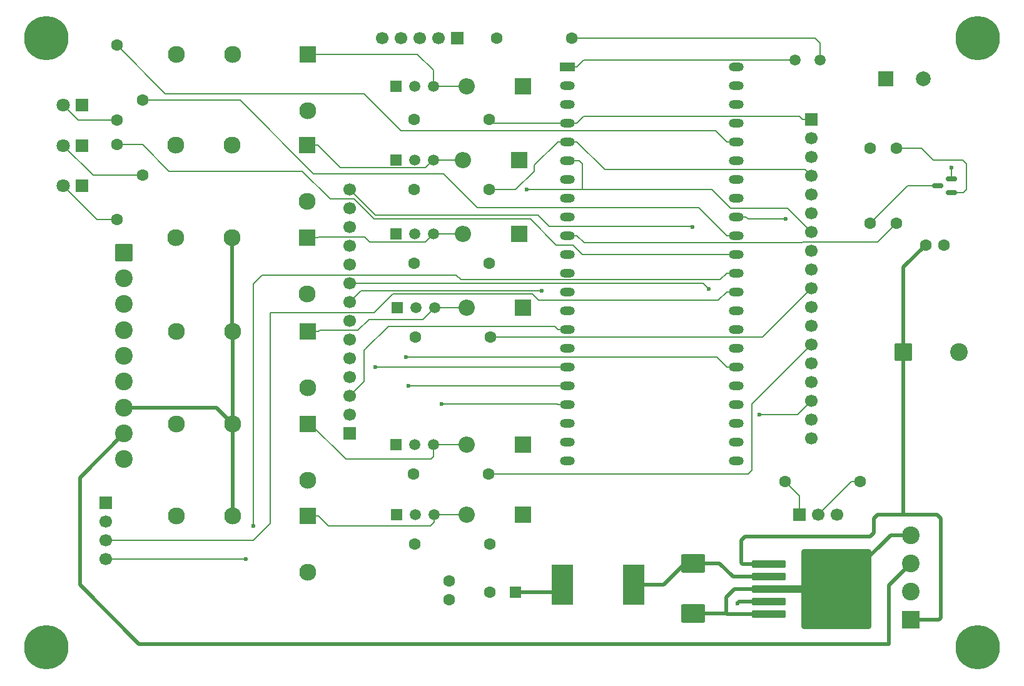
<source format=gbr>
%TF.GenerationSoftware,KiCad,Pcbnew,9.0.6-9.0.6~ubuntu22.04.1*%
%TF.CreationDate,2025-12-09T13:45:13-06:00*%
%TF.ProjectId,ESP32-DevKitC3-Simple-Thermostat-PCB,45535033-322d-4446-9576-4b697443332d,rev?*%
%TF.SameCoordinates,Original*%
%TF.FileFunction,Copper,L1,Top*%
%TF.FilePolarity,Positive*%
%FSLAX46Y46*%
G04 Gerber Fmt 4.6, Leading zero omitted, Abs format (unit mm)*
G04 Created by KiCad (PCBNEW 9.0.6-9.0.6~ubuntu22.04.1) date 2025-12-09 13:45:13*
%MOMM*%
%LPD*%
G01*
G04 APERTURE LIST*
G04 Aperture macros list*
%AMRoundRect*
0 Rectangle with rounded corners*
0 $1 Rounding radius*
0 $2 $3 $4 $5 $6 $7 $8 $9 X,Y pos of 4 corners*
0 Add a 4 corners polygon primitive as box body*
4,1,4,$2,$3,$4,$5,$6,$7,$8,$9,$2,$3,0*
0 Add four circle primitives for the rounded corners*
1,1,$1+$1,$2,$3*
1,1,$1+$1,$4,$5*
1,1,$1+$1,$6,$7*
1,1,$1+$1,$8,$9*
0 Add four rect primitives between the rounded corners*
20,1,$1+$1,$2,$3,$4,$5,0*
20,1,$1+$1,$4,$5,$6,$7,0*
20,1,$1+$1,$6,$7,$8,$9,0*
20,1,$1+$1,$8,$9,$2,$3,0*%
G04 Aperture macros list end*
%TA.AperFunction,NonConductor*%
%ADD10C,0.100000*%
%TD*%
%TA.AperFunction,ComponentPad*%
%ADD11C,1.600000*%
%TD*%
%TA.AperFunction,ComponentPad*%
%ADD12R,1.700000X1.700000*%
%TD*%
%TA.AperFunction,ComponentPad*%
%ADD13C,1.700000*%
%TD*%
%TA.AperFunction,ComponentPad*%
%ADD14C,6.000000*%
%TD*%
%TA.AperFunction,ComponentPad*%
%ADD15R,2.300000X2.300000*%
%TD*%
%TA.AperFunction,ComponentPad*%
%ADD16C,2.300000*%
%TD*%
%TA.AperFunction,ComponentPad*%
%ADD17R,1.500000X1.500000*%
%TD*%
%TA.AperFunction,ComponentPad*%
%ADD18C,1.500000*%
%TD*%
%TA.AperFunction,ComponentPad*%
%ADD19R,1.800000X1.800000*%
%TD*%
%TA.AperFunction,ComponentPad*%
%ADD20C,1.800000*%
%TD*%
%TA.AperFunction,SMDPad,CuDef*%
%ADD21RoundRect,0.150000X0.587500X0.150000X-0.587500X0.150000X-0.587500X-0.150000X0.587500X-0.150000X0*%
%TD*%
%TA.AperFunction,ComponentPad*%
%ADD22RoundRect,0.250001X-0.949999X0.949999X-0.949999X-0.949999X0.949999X-0.949999X0.949999X0.949999X0*%
%TD*%
%TA.AperFunction,ComponentPad*%
%ADD23C,2.400000*%
%TD*%
%TA.AperFunction,ComponentPad*%
%ADD24R,2.200000X2.200000*%
%TD*%
%TA.AperFunction,ComponentPad*%
%ADD25O,2.200000X2.200000*%
%TD*%
%TA.AperFunction,ComponentPad*%
%ADD26R,2.000000X2.000000*%
%TD*%
%TA.AperFunction,ComponentPad*%
%ADD27C,2.000000*%
%TD*%
%TA.AperFunction,ComponentPad*%
%ADD28RoundRect,0.250000X0.550000X0.550000X-0.550000X0.550000X-0.550000X-0.550000X0.550000X-0.550000X0*%
%TD*%
%TA.AperFunction,ComponentPad*%
%ADD29R,2.400000X2.400000*%
%TD*%
%TA.AperFunction,ComponentPad*%
%ADD30R,2.000000X1.200000*%
%TD*%
%TA.AperFunction,ComponentPad*%
%ADD31O,2.000000X1.200000*%
%TD*%
%TA.AperFunction,SMDPad,CuDef*%
%ADD32RoundRect,0.250000X-2.050000X-0.300000X2.050000X-0.300000X2.050000X0.300000X-2.050000X0.300000X0*%
%TD*%
%TA.AperFunction,SMDPad,CuDef*%
%ADD33RoundRect,0.250002X-4.449998X-5.149998X4.449998X-5.149998X4.449998X5.149998X-4.449998X5.149998X0*%
%TD*%
%TA.AperFunction,SMDPad,CuDef*%
%ADD34RoundRect,0.250000X-1.400000X-1.000000X1.400000X-1.000000X1.400000X1.000000X-1.400000X1.000000X0*%
%TD*%
%TA.AperFunction,SMDPad,CuDef*%
%ADD35R,2.900000X5.400000*%
%TD*%
%TA.AperFunction,ComponentPad*%
%ADD36RoundRect,0.250001X-0.949999X-0.949999X0.949999X-0.949999X0.949999X0.949999X-0.949999X0.949999X0*%
%TD*%
%TA.AperFunction,ViaPad*%
%ADD37C,0.600000*%
%TD*%
%TA.AperFunction,Conductor*%
%ADD38C,0.200000*%
%TD*%
%TA.AperFunction,Conductor*%
%ADD39C,0.500000*%
%TD*%
%TA.AperFunction,Conductor*%
%ADD40C,1.000000*%
%TD*%
G04 APERTURE END LIST*
D10*
X27081139Y-113918861D02*
G75*
G02*
X23918861Y-113918861I-1581139J0D01*
G01*
X23918861Y-113918861D02*
G75*
G02*
X27081139Y-113918861I1581139J0D01*
G01*
X152581139Y-31918861D02*
G75*
G02*
X149418861Y-31918861I-1581139J0D01*
G01*
X149418861Y-31918861D02*
G75*
G02*
X152581139Y-31918861I1581139J0D01*
G01*
X153081139Y-113918861D02*
G75*
G02*
X149918861Y-113918861I-1581139J0D01*
G01*
X149918861Y-113918861D02*
G75*
G02*
X153081139Y-113918861I1581139J0D01*
G01*
X26500000Y-31500000D02*
G75*
G02*
X23337722Y-31500000I-1581139J0D01*
G01*
X23337722Y-31500000D02*
G75*
G02*
X26500000Y-31500000I1581139J0D01*
G01*
D11*
%TO.P,R11,1*%
%TO.N,Net-(D9-Pad2)*%
X34500000Y-56080000D03*
%TO.P,R11,2*%
%TO.N,LED_FAN*%
X34500000Y-45920000D03*
%TD*%
D12*
%TO.P,J6,1,TX*%
%TO.N,LD_TX*%
X80620000Y-31500000D03*
D13*
%TO.P,J6,2,RX*%
%TO.N,LD_RX*%
X78080000Y-31500000D03*
%TO.P,J6,3,OUT*%
%TO.N,MOTION*%
X75540000Y-31500000D03*
%TO.P,J6,4,GND*%
%TO.N,GND*%
X73000000Y-31500000D03*
%TO.P,J6,5,VCC*%
%TO.N,+5V*%
X70460000Y-31500000D03*
%TD*%
D14*
%TO.P,H3,1*%
%TO.N,GND*%
X151000000Y-114000000D03*
%TD*%
D11*
%TO.P,R10,1*%
%TO.N,GND*%
X85920000Y-31500000D03*
%TO.P,R10,2*%
%TO.N,LIGHT_SENS*%
X96080000Y-31500000D03*
%TD*%
D15*
%TO.P,K1,1*%
%TO.N,Net-(D1-A)*%
X60375000Y-33700000D03*
D16*
%TO.P,K1,2*%
%TO.N,RLY-C*%
X50215000Y-33700000D03*
%TO.P,K1,3*%
%TO.N,G*%
X42595000Y-33700000D03*
%TO.P,K1,5*%
%TO.N,+5V*%
X60375000Y-41320000D03*
%TD*%
D17*
%TO.P,Q3,1,E*%
%TO.N,GND*%
X72270000Y-58000000D03*
D18*
%TO.P,Q3,2,B*%
%TO.N,Net-(Q3-B)*%
X74810000Y-58000000D03*
%TO.P,Q3,3,C*%
%TO.N,Net-(D3-A)*%
X77350000Y-58000000D03*
%TD*%
%TO.P,R12,1*%
%TO.N,3.3V*%
X126300000Y-34500000D03*
%TO.P,R12,2*%
%TO.N,LIGHT_SENS*%
X129700000Y-34500000D03*
%TD*%
D11*
%TO.P,R8,1*%
%TO.N,BUZZER*%
X140000000Y-56580000D03*
%TO.P,R8,2*%
%TO.N,Net-(Q7-G)*%
X140000000Y-46420000D03*
%TD*%
D19*
%TO.P,D10,1*%
%TO.N,GND*%
X29770000Y-46030000D03*
D20*
%TO.P,D10,2*%
%TO.N,Net-(D10-Pad2)*%
X27230000Y-46030000D03*
%TD*%
D21*
%TO.P,Q7,1,G*%
%TO.N,Net-(Q7-G)*%
X147500000Y-52450000D03*
%TO.P,Q7,2,S*%
%TO.N,GND*%
X147500000Y-50550000D03*
%TO.P,Q7,3,D*%
%TO.N,Net-(BZ1-+)*%
X145625000Y-51500000D03*
%TD*%
D22*
%TO.P,J2,1*%
%TO.N,G*%
X35500000Y-60500000D03*
D23*
%TO.P,J2,2*%
%TO.N,W*%
X35500000Y-64000000D03*
%TO.P,J2,3*%
%TO.N,Y*%
X35500000Y-67500000D03*
%TO.P,J2,4*%
%TO.N,W2*%
X35500000Y-71000000D03*
%TO.P,J2,5*%
%TO.N,Y2*%
X35500000Y-74500000D03*
%TO.P,J2,6*%
%TO.N,PUMP*%
X35500000Y-78000000D03*
%TO.P,J2,7*%
%TO.N,RLY-C*%
X35500000Y-81500000D03*
%TO.P,J2,8*%
%TO.N,VAC-C*%
X35500000Y-85000000D03*
%TO.P,J2,9*%
%TO.N,VAC-R*%
X35500000Y-88500000D03*
%TD*%
D24*
%TO.P,D4,1,K*%
%TO.N,+5V*%
X89500000Y-68000000D03*
D25*
%TO.P,D4,2,A*%
%TO.N,Net-(D4-A)*%
X81880000Y-68000000D03*
%TD*%
D12*
%TO.P,J1,1*%
%TO.N,FAN_G_4*%
X128500000Y-42520000D03*
D13*
%TO.P,J1,2*%
%TO.N,+5V*%
X128500000Y-45060000D03*
%TO.P,J1,3*%
%TO.N,GND*%
X128500000Y-47600000D03*
%TO.P,J1,4*%
%TO.N,HEAT_W_5*%
X128500000Y-50140000D03*
%TO.P,J1,5*%
%TO.N,+5V*%
X128500000Y-52680000D03*
%TO.P,J1,6*%
%TO.N,GND*%
X128500000Y-55220000D03*
%TO.P,J1,7*%
%TO.N,COOL_Y_6*%
X128500000Y-57760000D03*
%TO.P,J1,8*%
%TO.N,+5V*%
X128500000Y-60300000D03*
%TO.P,J1,9*%
%TO.N,GND*%
X128500000Y-62840000D03*
%TO.P,J1,10*%
%TO.N,HEAT{slash}REV_W2_7*%
X128500000Y-65380000D03*
%TO.P,J1,11*%
%TO.N,+5V*%
X128500000Y-67920000D03*
%TO.P,J1,12*%
%TO.N,GND*%
X128500000Y-70460000D03*
%TO.P,J1,13*%
%TO.N,COOL-STAGE2_Y2_39*%
X128500000Y-73000000D03*
%TO.P,J1,14*%
%TO.N,+5V*%
X128500000Y-75540000D03*
%TO.P,J1,15*%
%TO.N,GND*%
X128500000Y-78080000D03*
%TO.P,J1,16*%
%TO.N,PUMP_40*%
X128500000Y-80620000D03*
%TO.P,J1,17*%
%TO.N,+5V*%
X128500000Y-83160000D03*
%TO.P,J1,18*%
%TO.N,GND*%
X128500000Y-85700000D03*
%TD*%
D14*
%TO.P,H2,1*%
%TO.N,GND*%
X25000000Y-114000000D03*
%TD*%
D19*
%TO.P,D11,1*%
%TO.N,GND*%
X29770000Y-40560000D03*
D20*
%TO.P,D11,2*%
%TO.N,Net-(D11-Pad2)*%
X27230000Y-40560000D03*
%TD*%
D11*
%TO.P,C6,1*%
%TO.N,GND*%
X146500000Y-59500000D03*
%TO.P,C6,2*%
%TO.N,Net-(D7-+)*%
X144000000Y-59500000D03*
%TD*%
%TO.P,R13,1*%
%TO.N,Net-(D10-Pad2)*%
X38000000Y-50080000D03*
%TO.P,R13,2*%
%TO.N,LED_HEAT*%
X38000000Y-39920000D03*
%TD*%
%TO.P,R7,1*%
%TO.N,DS18B20_41*%
X124920000Y-91500000D03*
%TO.P,R7,2*%
%TO.N,3.3V*%
X135080000Y-91500000D03*
%TD*%
D17*
%TO.P,Q4,1,E*%
%TO.N,GND*%
X72460000Y-68000000D03*
D18*
%TO.P,Q4,2,B*%
%TO.N,Net-(Q4-B)*%
X75000000Y-68000000D03*
%TO.P,Q4,3,C*%
%TO.N,Net-(D4-A)*%
X77540000Y-68000000D03*
%TD*%
D24*
%TO.P,D3,1,K*%
%TO.N,+5V*%
X89000000Y-58000000D03*
D25*
%TO.P,D3,2,A*%
%TO.N,Net-(D3-A)*%
X81380000Y-58000000D03*
%TD*%
D24*
%TO.P,D2,1,K*%
%TO.N,+5V*%
X89000000Y-48000000D03*
D25*
%TO.P,D2,2,A*%
%TO.N,Net-(D2-A)*%
X81380000Y-48000000D03*
%TD*%
D17*
%TO.P,Q5,1,E*%
%TO.N,GND*%
X72310000Y-86500000D03*
D18*
%TO.P,Q5,2,B*%
%TO.N,Net-(Q5-B)*%
X74850000Y-86500000D03*
%TO.P,Q5,3,C*%
%TO.N,Net-(D5-A)*%
X77390000Y-86500000D03*
%TD*%
D15*
%TO.P,K5,1*%
%TO.N,Net-(D5-A)*%
X60375000Y-83700000D03*
D16*
%TO.P,K5,2*%
%TO.N,RLY-C*%
X50215000Y-83700000D03*
%TO.P,K5,3*%
%TO.N,Y2*%
X42595000Y-83700000D03*
%TO.P,K5,5*%
%TO.N,+5V*%
X60375000Y-91320000D03*
%TD*%
D11*
%TO.P,R1,1*%
%TO.N,Net-(Q1-B)*%
X74730000Y-42500000D03*
%TO.P,R1,2*%
%TO.N,FAN_G_4*%
X84890000Y-42500000D03*
%TD*%
D24*
%TO.P,D5,1,K*%
%TO.N,+5V*%
X89500000Y-86500000D03*
D25*
%TO.P,D5,2,A*%
%TO.N,Net-(D5-A)*%
X81880000Y-86500000D03*
%TD*%
D26*
%TO.P,BZ1,1,-*%
%TO.N,+5V*%
X138629200Y-37000000D03*
D27*
%TO.P,BZ1,2,+*%
%TO.N,Net-(BZ1-+)*%
X143629200Y-37000000D03*
%TD*%
D15*
%TO.P,K2,1*%
%TO.N,Net-(D2-A)*%
X60280000Y-46000000D03*
D16*
%TO.P,K2,2*%
%TO.N,RLY-C*%
X50120000Y-46000000D03*
%TO.P,K2,3*%
%TO.N,W*%
X42500000Y-46000000D03*
%TO.P,K2,5*%
%TO.N,+5V*%
X60280000Y-53620000D03*
%TD*%
D11*
%TO.P,R6,1*%
%TO.N,Net-(Q6-B)*%
X74840000Y-100000000D03*
%TO.P,R6,2*%
%TO.N,PUMP_40*%
X85000000Y-100000000D03*
%TD*%
D14*
%TO.P,H1,1*%
%TO.N,GND*%
X25000000Y-31500000D03*
%TD*%
D11*
%TO.P,R5,1*%
%TO.N,Net-(Q5-B)*%
X74650000Y-90500000D03*
%TO.P,R5,2*%
%TO.N,COOL-STAGE2_Y2_39*%
X84810000Y-90500000D03*
%TD*%
%TO.P,R3,1*%
%TO.N,Net-(Q3-B)*%
X74730000Y-62000000D03*
%TO.P,R3,2*%
%TO.N,COOL_Y_6*%
X84890000Y-62000000D03*
%TD*%
D28*
%TO.P,C8,1*%
%TO.N,+5V*%
X88500000Y-106500000D03*
D11*
%TO.P,C8,2*%
%TO.N,GND*%
X85000000Y-106500000D03*
%TD*%
D29*
%TO.P,D7,1,+*%
%TO.N,Net-(D7-+)*%
X142000000Y-110200000D03*
D23*
%TO.P,D7,2,1*%
%TO.N,VAC-R*%
X142000000Y-106390000D03*
%TO.P,D7,3,2*%
%TO.N,VAC-C*%
X142000000Y-102580000D03*
%TO.P,D7,4,-*%
%TO.N,GND*%
X142000000Y-98770000D03*
%TD*%
D30*
%TO.P,U1,1,3V3*%
%TO.N,3.3V*%
X95500000Y-35360000D03*
D31*
%TO.P,U1,2,3V3*%
X95500000Y-37900000D03*
%TO.P,U1,3,CHIP_PU*%
%TO.N,unconnected-(U1-CHIP_PU-Pad3)*%
X95500000Y-40440000D03*
%TO.P,U1,4,GPIO4/ADC1_CH3*%
%TO.N,FAN_G_4*%
X95500000Y-42980000D03*
%TO.P,U1,5,GPIO5/ADC1_CH4*%
%TO.N,HEAT_W_5*%
X95500000Y-45520000D03*
%TO.P,U1,6,GPIO6/ADC1_CH5*%
%TO.N,COOL_Y_6*%
X95500000Y-48060000D03*
%TO.P,U1,7,GPIO7/ADC1_CH6*%
%TO.N,HEAT{slash}REV_W2_7*%
X95500000Y-50600000D03*
%TO.P,U1,8,GPIO15/ADC2_CH4/32K_P*%
%TO.N,LD_RX*%
X95500000Y-53140000D03*
%TO.P,U1,9,GPIO16/ADC2_CH5/32K_N*%
%TO.N,LD_TX*%
X95500000Y-55680000D03*
%TO.P,U1,10,GPIO17/ADC2_CH6*%
%TO.N,BUZZER*%
X95500000Y-58220000D03*
%TO.P,U1,11,GPIO18/ADC2_CH7*%
%TO.N,MOTION*%
X95500000Y-60760000D03*
%TO.P,U1,12,GPIO8/ADC1_CH7*%
%TO.N,LIGHT_SENS*%
X95500000Y-63300000D03*
%TO.P,U1,13,GPIO3/ADC1_CH2*%
%TO.N,unconnected-(U1-GPIO3{slash}ADC1_CH2-Pad13)*%
X95500000Y-65840000D03*
%TO.P,U1,14,GPIO46*%
%TO.N,unconnected-(U1-GPIO46-Pad14)*%
X95500000Y-68380000D03*
%TO.P,U1,15,GPIO9/ADC1_CH8*%
%TO.N,CS_9*%
X95500000Y-70920000D03*
%TO.P,U1,16,GPIO10/ADC1_CH9*%
%TO.N,TFT_REST*%
X95500000Y-73460000D03*
%TO.P,U1,17,GPIO11/ADC2_CH0*%
%TO.N,DC_11*%
X95500000Y-76000000D03*
%TO.P,U1,18,GPIO12/ADC2_CH1*%
%TO.N,MOSI_12*%
X95500000Y-78540000D03*
%TO.P,U1,19,GPIO13/ADC2_CH2*%
%TO.N,SCK_13*%
X95500000Y-81080000D03*
%TO.P,U1,20,GPIO14/ADC2_CH3*%
%TO.N,TFT_LED*%
X95496320Y-83617280D03*
%TO.P,U1,21,5V*%
%TO.N,+5V*%
X95496320Y-86157280D03*
%TO.P,U1,22,GND*%
%TO.N,GND*%
X95496320Y-88697280D03*
%TO.P,U1,23,GND*%
X118360000Y-88700000D03*
%TO.P,U1,24,GND*%
X118360000Y-86160000D03*
%TO.P,U1,25,GPIO19/USB_D-*%
%TO.N,unconnected-(U1-GPIO19{slash}USB_D--Pad25)*%
X118360000Y-83620000D03*
%TO.P,U1,26,GPIO20/USB_D+*%
%TO.N,unconnected-(U1-GPIO20{slash}USB_D+-Pad26)*%
X118360000Y-81080000D03*
%TO.P,U1,27,GPIO21*%
%TO.N,MISO_21*%
X118360000Y-78540000D03*
%TO.P,U1,28,GPIO47*%
%TO.N,T_CS_47*%
X118360000Y-76000000D03*
%TO.P,U1,29,GPIO48*%
%TO.N,TOUCH_IRQ*%
X118360000Y-73460000D03*
%TO.P,U1,30,GPIO45*%
%TO.N,unconnected-(U1-GPIO45-Pad30)*%
X118360000Y-70920000D03*
%TO.P,U1,31,GPIO0*%
%TO.N,unconnected-(U1-GPIO0-Pad31)*%
X118360000Y-68380000D03*
%TO.P,U1,32,GPIO35*%
%TO.N,SCL*%
X118360000Y-65840000D03*
%TO.P,U1,33,GPIO36*%
%TO.N,SDA*%
X118360000Y-63300000D03*
%TO.P,U1,34,GPIO37*%
%TO.N,LED_FAN*%
X118360000Y-60760000D03*
%TO.P,U1,35,GPIO38*%
%TO.N,LED_HEAT*%
X118360000Y-58220000D03*
%TO.P,U1,36,GPIO39/MTCK*%
%TO.N,COOL-STAGE2_Y2_39*%
X118360000Y-55680000D03*
%TO.P,U1,37,GPIO40/MTDO*%
%TO.N,PUMP_40*%
X118360000Y-53140000D03*
%TO.P,U1,38,GPIO41/MTDI*%
%TO.N,DS18B20_41*%
X118360000Y-50600000D03*
%TO.P,U1,39,GPIO42/MTMS*%
%TO.N,unconnected-(U1-GPIO42{slash}MTMS-Pad39)*%
X118360000Y-48060000D03*
%TO.P,U1,40,GPIO2/ADC1_CH1*%
%TO.N,LED_COOL*%
X118360000Y-45520000D03*
%TO.P,U1,41,GPIO1/ADC1_CH0*%
%TO.N,unconnected-(U1-GPIO1{slash}ADC1_CH0-Pad41)*%
X118360000Y-42980000D03*
%TO.P,U1,42,GPIO44/U0RXD*%
%TO.N,unconnected-(U1-GPIO44{slash}U0RXD-Pad42)*%
X118360000Y-40440000D03*
%TO.P,U1,43,GPIO43/U0TXD*%
%TO.N,unconnected-(U1-GPIO43{slash}U0TXD-Pad43)*%
X118360000Y-37900000D03*
%TO.P,U1,44,GND*%
%TO.N,GND*%
X118360000Y-35360000D03*
%TD*%
D32*
%TO.P,U2,1,VIN*%
%TO.N,Net-(D7-+)*%
X122775000Y-102700000D03*
%TO.P,U2,2,OUT*%
%TO.N,Net-(D8-K)*%
X122775000Y-104400000D03*
%TO.P,U2,3,GND*%
%TO.N,GND*%
X122775000Y-106100000D03*
D33*
X131925000Y-106100000D03*
D32*
%TO.P,U2,4,FB*%
%TO.N,+5V*%
X122775000Y-107800000D03*
%TO.P,U2,5,~{ON}/OFF*%
%TO.N,GND*%
X122775000Y-109500000D03*
%TD*%
D17*
%TO.P,Q1,1,E*%
%TO.N,GND*%
X72270000Y-38000000D03*
D18*
%TO.P,Q1,2,B*%
%TO.N,Net-(Q1-B)*%
X74810000Y-38000000D03*
%TO.P,Q1,3,C*%
%TO.N,Net-(D1-A)*%
X77350000Y-38000000D03*
%TD*%
D24*
%TO.P,D1,1,K*%
%TO.N,+5V*%
X89500000Y-38000000D03*
D25*
%TO.P,D1,2,A*%
%TO.N,Net-(D1-A)*%
X81880000Y-38000000D03*
%TD*%
D17*
%TO.P,Q6,1,E*%
%TO.N,GND*%
X72380000Y-96000000D03*
D18*
%TO.P,Q6,2,B*%
%TO.N,Net-(Q6-B)*%
X74920000Y-96000000D03*
%TO.P,Q6,3,C*%
%TO.N,Net-(D6-A)*%
X77460000Y-96000000D03*
%TD*%
D12*
%TO.P,J3,1*%
%TO.N,DS18B20_41*%
X126920000Y-96000000D03*
D13*
%TO.P,J3,2*%
%TO.N,3.3V*%
X129460000Y-96000000D03*
%TO.P,J3,3*%
%TO.N,GND*%
X132000000Y-96000000D03*
%TD*%
D11*
%TO.P,R9,1*%
%TO.N,Net-(BZ1-+)*%
X136500000Y-56580000D03*
%TO.P,R9,2*%
%TO.N,+5V*%
X136500000Y-46420000D03*
%TD*%
D24*
%TO.P,D6,1,K*%
%TO.N,+5V*%
X89500000Y-96000000D03*
D25*
%TO.P,D6,2,A*%
%TO.N,Net-(D6-A)*%
X81880000Y-96000000D03*
%TD*%
D11*
%TO.P,R14,1*%
%TO.N,Net-(D11-Pad2)*%
X34500000Y-42580000D03*
%TO.P,R14,2*%
%TO.N,LED_COOL*%
X34500000Y-32420000D03*
%TD*%
%TO.P,R2,1*%
%TO.N,Net-(Q2-B)*%
X74730000Y-52000000D03*
%TO.P,R2,2*%
%TO.N,HEAT_W_5*%
X84890000Y-52000000D03*
%TD*%
D12*
%TO.P,J5,1*%
%TO.N,+5V*%
X33000000Y-94420000D03*
D13*
%TO.P,J5,2*%
%TO.N,GND*%
X33000000Y-96960000D03*
%TO.P,J5,3*%
%TO.N,SCL*%
X33000000Y-99500000D03*
%TO.P,J5,4*%
%TO.N,SDA*%
X33000000Y-102040000D03*
%TD*%
D15*
%TO.P,K4,1*%
%TO.N,Net-(D4-A)*%
X60375000Y-71200000D03*
D16*
%TO.P,K4,2*%
%TO.N,RLY-C*%
X50215000Y-71200000D03*
%TO.P,K4,3*%
%TO.N,W2*%
X42595000Y-71200000D03*
%TO.P,K4,5*%
%TO.N,+5V*%
X60375000Y-78820000D03*
%TD*%
D15*
%TO.P,K3,1*%
%TO.N,Net-(D3-A)*%
X60280000Y-58500000D03*
D16*
%TO.P,K3,2*%
%TO.N,RLY-C*%
X50120000Y-58500000D03*
%TO.P,K3,3*%
%TO.N,Y*%
X42500000Y-58500000D03*
%TO.P,K3,5*%
%TO.N,+5V*%
X60280000Y-66120000D03*
%TD*%
D11*
%TO.P,C9,1*%
%TO.N,+5V*%
X79500000Y-107500000D03*
%TO.P,C9,2*%
%TO.N,GND*%
X79500000Y-105000000D03*
%TD*%
D17*
%TO.P,Q2,1,E*%
%TO.N,GND*%
X72270000Y-48000000D03*
D18*
%TO.P,Q2,2,B*%
%TO.N,Net-(Q2-B)*%
X74810000Y-48000000D03*
%TO.P,Q2,3,C*%
%TO.N,Net-(D2-A)*%
X77350000Y-48000000D03*
%TD*%
D34*
%TO.P,D8,1,K*%
%TO.N,Net-(D8-K)*%
X112500000Y-102600000D03*
%TO.P,D8,2,A*%
%TO.N,GND*%
X112500000Y-109400000D03*
%TD*%
D14*
%TO.P,H4,1*%
%TO.N,GND*%
X151000000Y-31500000D03*
%TD*%
D11*
%TO.P,R4,1*%
%TO.N,Net-(Q4-B)*%
X74920000Y-72000000D03*
%TO.P,R4,2*%
%TO.N,HEAT{slash}REV_W2_7*%
X85080000Y-72000000D03*
%TD*%
D35*
%TO.P,L1,1,1*%
%TO.N,+5V*%
X94800000Y-105500000D03*
%TO.P,L1,2,2*%
%TO.N,Net-(D8-K)*%
X104500000Y-105500000D03*
%TD*%
D36*
%TO.P,C5,1*%
%TO.N,Net-(D7-+)*%
X140987200Y-74000000D03*
D23*
%TO.P,C5,2*%
%TO.N,GND*%
X148487200Y-74000000D03*
%TD*%
D19*
%TO.P,D9,1*%
%TO.N,GND*%
X29770000Y-51500000D03*
D20*
%TO.P,D9,2*%
%TO.N,Net-(D9-Pad2)*%
X27230000Y-51500000D03*
%TD*%
D12*
%TO.P,J4,1*%
%TO.N,+5V*%
X66000000Y-85040000D03*
D13*
%TO.P,J4,2*%
%TO.N,GND*%
X66000000Y-82500000D03*
%TO.P,J4,3*%
%TO.N,CS_9*%
X66000000Y-79960000D03*
%TO.P,J4,4*%
%TO.N,TFT_REST*%
X66000000Y-77420000D03*
%TO.P,J4,5*%
%TO.N,DC_11*%
X66000000Y-74880000D03*
%TO.P,J4,6*%
%TO.N,MOSI_12*%
X66000000Y-72340000D03*
%TO.P,J4,7*%
%TO.N,SCK_13*%
X66000000Y-69800000D03*
%TO.P,J4,8*%
%TO.N,TFT_LED*%
X66000000Y-67260000D03*
%TO.P,J4,9*%
%TO.N,MISO_21*%
X66000000Y-64720000D03*
%TO.P,J4,10*%
%TO.N,SCK_13*%
X66000000Y-62180000D03*
%TO.P,J4,11*%
%TO.N,T_CS_47*%
X66000000Y-59640000D03*
%TO.P,J4,12*%
%TO.N,MOSI_23*%
X66000000Y-57100000D03*
%TO.P,J4,13*%
%TO.N,MISO_21*%
X66000000Y-54560000D03*
%TO.P,J4,14*%
%TO.N,TOUCH_IRQ*%
X66000000Y-52020000D03*
%TD*%
D15*
%TO.P,K6,1*%
%TO.N,Net-(D6-A)*%
X60375000Y-96200000D03*
D16*
%TO.P,K6,2*%
%TO.N,RLY-C*%
X50215000Y-96200000D03*
%TO.P,K6,3*%
%TO.N,PUMP*%
X42595000Y-96200000D03*
%TO.P,K6,5*%
%TO.N,+5V*%
X60375000Y-103820000D03*
%TD*%
D37*
%TO.N,SDA*%
X53000000Y-97500000D03*
X52000000Y-102000000D03*
%TO.N,GND*%
X147500000Y-49000000D03*
%TO.N,+5V*%
X118500000Y-108000000D03*
%TO.N,COOL_Y_6*%
X90000000Y-52000000D03*
%TO.N,COOL-STAGE2_Y2_39*%
X125000000Y-56000000D03*
%TO.N,PUMP_40*%
X121500000Y-82500000D03*
%TO.N,MOSI_12*%
X74000000Y-78540000D03*
%TO.N,TOUCH_IRQ*%
X112430000Y-57070000D03*
%TO.N,DC_11*%
X69500000Y-76000000D03*
%TO.N,MISO_21*%
X114604500Y-65482500D03*
%TO.N,SCK_13*%
X78500000Y-81022500D03*
%TO.N,TFT_LED*%
X92000000Y-65737800D03*
%TO.N,T_CS_47*%
X73650000Y-74650000D03*
%TD*%
D38*
%TO.N,SDA*%
X53000000Y-97500000D02*
X53000000Y-64877500D01*
X118360000Y-63300000D02*
X117058300Y-63300000D01*
X117058300Y-63300000D02*
X116148900Y-64209400D01*
X116148900Y-64209400D02*
X81058900Y-64209400D01*
X81058900Y-64209400D02*
X80394400Y-63544900D01*
X80394400Y-63544900D02*
X54210100Y-63544900D01*
X54210100Y-63544900D02*
X53000000Y-64755000D01*
X53000000Y-64755000D02*
X53000000Y-64877500D01*
X52000000Y-102000000D02*
X51960000Y-102040000D01*
X51960000Y-102040000D02*
X33000000Y-102040000D01*
%TO.N,SCL*%
X118360000Y-65840000D02*
X117058300Y-65840000D01*
X71861200Y-66138800D02*
X69353900Y-68646100D01*
X117058300Y-65840000D02*
X115898300Y-67000000D01*
X115898300Y-67000000D02*
X91580000Y-67000000D01*
X91580000Y-67000000D02*
X90718800Y-66138800D01*
X53000000Y-99500000D02*
X33000000Y-99500000D01*
X90718800Y-66138800D02*
X71861200Y-66138800D01*
X55271400Y-97228600D02*
X53000000Y-99500000D01*
X69353900Y-68646100D02*
X55271400Y-68646100D01*
X55271400Y-68646100D02*
X55271400Y-97228600D01*
D39*
%TO.N,VAC-C*%
X142000000Y-102580000D02*
X139000000Y-105580000D01*
X139000000Y-105580000D02*
X139000000Y-113500000D01*
X139000000Y-113500000D02*
X37500000Y-113500000D01*
X37500000Y-113500000D02*
X29500000Y-105500000D01*
X29500000Y-105500000D02*
X29500000Y-91000000D01*
X29500000Y-91000000D02*
X35500000Y-85000000D01*
%TO.N,RLY-C*%
X35500000Y-81500000D02*
X48015000Y-81500000D01*
X48015000Y-81500000D02*
X50215000Y-83700000D01*
%TO.N,GND*%
X118100000Y-106100000D02*
X122775000Y-106100000D01*
X117000000Y-107200000D02*
X118100000Y-106100000D01*
X117000000Y-109400000D02*
X112500000Y-109400000D01*
X142000000Y-98770000D02*
X139255000Y-98770000D01*
D38*
X117000000Y-109400000D02*
X117100000Y-109500000D01*
X147500000Y-50550000D02*
X147500000Y-49000000D01*
D39*
X117100000Y-109500000D02*
X122775000Y-109500000D01*
D40*
X122775000Y-106100000D02*
X131925000Y-106100000D01*
D39*
X139255000Y-98770000D02*
X131925000Y-106100000D01*
X117000000Y-109400000D02*
X117000000Y-107200000D01*
%TO.N,+5V*%
X88500000Y-106500000D02*
X93800000Y-106500000D01*
D38*
X93800000Y-106500000D02*
X94800000Y-105500000D01*
X118700000Y-107800000D02*
X118500000Y-108000000D01*
D39*
X122775000Y-107800000D02*
X118700000Y-107800000D01*
D38*
%TO.N,3.3V*%
X133960000Y-91500000D02*
X135080000Y-91500000D01*
X129460000Y-96000000D02*
X133960000Y-91500000D01*
X97703400Y-34458300D02*
X96801700Y-35360000D01*
X126300000Y-34500000D02*
X126258300Y-34458300D01*
X95500000Y-35360000D02*
X96801700Y-35360000D01*
X126258300Y-34458300D02*
X97703400Y-34458300D01*
D39*
%TO.N,Net-(D7-+)*%
X119200000Y-102700000D02*
X122775000Y-102700000D01*
X119000000Y-99500000D02*
X119000000Y-102500000D01*
X145800000Y-110200000D02*
X146000000Y-110000000D01*
X137000000Y-96500000D02*
X137000000Y-98500000D01*
X140987000Y-82300000D02*
X140987000Y-95987200D01*
X146000000Y-110000000D02*
X146000000Y-96500000D01*
X119000000Y-102500000D02*
X119200000Y-102700000D01*
X119500000Y-99000000D02*
X119000000Y-99500000D01*
D38*
X140987000Y-95987200D02*
X141000000Y-96000000D01*
D39*
X146000000Y-96500000D02*
X145500000Y-96000000D01*
X141000000Y-96000000D02*
X137500000Y-96000000D01*
X144000000Y-59500000D02*
X140987000Y-62512800D01*
X137000000Y-98500000D02*
X136500000Y-99000000D01*
D38*
X140987200Y-82299800D02*
X140987200Y-74000000D01*
D39*
X136500000Y-99000000D02*
X119500000Y-99000000D01*
X145500000Y-96000000D02*
X141000000Y-96000000D01*
X137500000Y-96000000D02*
X137000000Y-96500000D01*
X142000000Y-110200000D02*
X145800000Y-110200000D01*
D38*
X140987000Y-82300000D02*
X140987200Y-82299800D01*
D39*
X140987000Y-62512800D02*
X140987000Y-82300000D01*
D38*
%TO.N,Net-(D1-A)*%
X77350000Y-36000000D02*
X77350000Y-38000000D01*
X60375000Y-33700000D02*
X75200000Y-33700000D01*
X75200000Y-33700000D02*
X77350000Y-35850000D01*
X77350000Y-35850000D02*
X77350000Y-36000000D01*
X81880000Y-38000000D02*
X77350000Y-38000000D01*
%TO.N,Net-(D2-A)*%
X77350000Y-48000000D02*
X76298300Y-49051700D01*
X76298300Y-49051700D02*
X64783400Y-49051700D01*
X60280000Y-46000000D02*
X61731700Y-46000000D01*
X64783400Y-49051700D02*
X61731700Y-46000000D01*
X77850000Y-48000000D02*
X81380000Y-48000000D01*
%TO.N,Net-(D3-A)*%
X76274200Y-59075800D02*
X68721700Y-59075800D01*
X68080900Y-58435000D02*
X61796700Y-58435000D01*
X81380000Y-58000000D02*
X77350000Y-58000000D01*
X68721700Y-59075800D02*
X68080900Y-58435000D01*
X61796700Y-58435000D02*
X61731700Y-58500000D01*
X77350000Y-58000000D02*
X76274200Y-59075800D01*
X60280000Y-58500000D02*
X61731700Y-58500000D01*
%TO.N,Net-(D4-A)*%
X61956700Y-71070000D02*
X67150200Y-71070000D01*
X75947300Y-69592700D02*
X77540000Y-68000000D01*
X68627500Y-69592700D02*
X75947300Y-69592700D01*
X60375000Y-71200000D02*
X61826700Y-71200000D01*
X81880000Y-68000000D02*
X77540000Y-68000000D01*
X61826700Y-71200000D02*
X61956700Y-71070000D01*
X67150200Y-71070000D02*
X68627500Y-69592700D01*
%TO.N,Net-(D5-A)*%
X81880000Y-86500000D02*
X77390000Y-86500000D01*
X77390000Y-88110000D02*
X77390000Y-86500000D01*
X60700000Y-83700000D02*
X60375000Y-83700000D01*
X65500000Y-88500000D02*
X60700000Y-83700000D01*
X77000000Y-88500000D02*
X65500000Y-88500000D01*
X77000000Y-88500000D02*
X77390000Y-88110000D01*
%TO.N,Net-(D6-A)*%
X81880000Y-96000000D02*
X77460000Y-96000000D01*
X77460000Y-97000000D02*
X77460000Y-96000000D01*
X76960000Y-97500000D02*
X77460000Y-97000000D01*
X60375000Y-96200000D02*
X61826700Y-96200000D01*
X63126700Y-97500000D02*
X76960000Y-97500000D01*
X61826700Y-96200000D02*
X63126700Y-97500000D01*
D39*
%TO.N,RLY-C*%
X50215000Y-96200000D02*
X50215000Y-83700000D01*
X50215000Y-70215000D02*
X50120000Y-70120000D01*
X50215000Y-71200000D02*
X50215000Y-70215000D01*
X50215000Y-83700000D02*
X50215000Y-71200000D01*
X50120000Y-70120000D02*
X50120000Y-58500000D01*
%TO.N,Net-(D8-K)*%
X122775000Y-104400000D02*
X117900000Y-104400000D01*
X108500000Y-105500000D02*
X104500000Y-105500000D01*
X116100000Y-102600000D02*
X112500000Y-102600000D01*
D38*
X112500000Y-102600000D02*
X111400000Y-102600000D01*
D39*
X111400000Y-102600000D02*
X108500000Y-105500000D01*
X117900000Y-104400000D02*
X116100000Y-102600000D01*
%TO.N,W2*%
X42395000Y-71000000D02*
X42595000Y-71200000D01*
D38*
%TO.N,Net-(BZ1-+)*%
X145625000Y-51500000D02*
X141580000Y-51500000D01*
X141580000Y-51500000D02*
X136500000Y-56580000D01*
%TO.N,Net-(D9-Pad2)*%
X27230000Y-51500000D02*
X31810000Y-56080000D01*
X31810000Y-56080000D02*
X34500000Y-56080000D01*
%TO.N,Net-(D10-Pad2)*%
X31280000Y-50080000D02*
X27230000Y-46030000D01*
X38000000Y-50080000D02*
X31280000Y-50080000D01*
%TO.N,Net-(D11-Pad2)*%
X29250000Y-42580000D02*
X27230000Y-40560000D01*
X34500000Y-42580000D02*
X29250000Y-42580000D01*
%TO.N,COOL_Y_6*%
X97500000Y-52000000D02*
X97500000Y-48500000D01*
X90000000Y-52000000D02*
X115050000Y-52000000D01*
X97060000Y-48060000D02*
X95500000Y-48060000D01*
X125291500Y-54551500D02*
X128500000Y-57760000D01*
X97500000Y-48500000D02*
X97060000Y-48060000D01*
X117601500Y-54551500D02*
X125291500Y-54551500D01*
X115050000Y-52000000D02*
X117601500Y-54551500D01*
%TO.N,FAN_G_4*%
X95500000Y-42980000D02*
X96801700Y-42980000D01*
X97717200Y-42064500D02*
X96801700Y-42980000D01*
X126892800Y-42064500D02*
X97717200Y-42064500D01*
X95500000Y-42980000D02*
X85370000Y-42980000D01*
X85370000Y-42980000D02*
X84890000Y-42500000D01*
X128500000Y-42520000D02*
X127348300Y-42520000D01*
X127348300Y-42520000D02*
X126892800Y-42064500D01*
%TO.N,HEAT{slash}REV_W2_7*%
X128500000Y-65380000D02*
X121880000Y-72000000D01*
X121880000Y-72000000D02*
X85080000Y-72000000D01*
%TO.N,COOL-STAGE2_Y2_39*%
X84810000Y-90500000D02*
X120000000Y-90500000D01*
X119981700Y-56000000D02*
X119661700Y-55680000D01*
X125000000Y-56000000D02*
X119981700Y-56000000D01*
X120500000Y-81000000D02*
X128500000Y-73000000D01*
X119661700Y-55680000D02*
X118360000Y-55680000D01*
X120000000Y-90500000D02*
X120500000Y-90000000D01*
X120500000Y-90000000D02*
X120500000Y-81000000D01*
%TO.N,HEAT_W_5*%
X128500000Y-50140000D02*
X127658100Y-49298100D01*
X88500000Y-52000000D02*
X91000000Y-49500000D01*
X91000000Y-48718300D02*
X94198300Y-45520000D01*
X91000000Y-49500000D02*
X91000000Y-48718300D01*
X127658100Y-49298100D02*
X100579800Y-49298100D01*
X84890000Y-52000000D02*
X88500000Y-52000000D01*
X95500000Y-45520000D02*
X96801700Y-45520000D01*
X94198300Y-45520000D02*
X95500000Y-45520000D01*
X100579800Y-49298100D02*
X96801700Y-45520000D01*
%TO.N,PUMP_40*%
X126620000Y-82500000D02*
X128500000Y-80620000D01*
X121500000Y-82500000D02*
X126620000Y-82500000D01*
%TO.N,DS18B20_41*%
X126920000Y-93500000D02*
X124920000Y-91500000D01*
X126920000Y-96000000D02*
X126920000Y-93500000D01*
%TO.N,MOSI_12*%
X74000000Y-78540000D02*
X95500000Y-78540000D01*
%TO.N,TOUCH_IRQ*%
X112430000Y-57070000D02*
X112360000Y-57000000D01*
X93000000Y-57000000D02*
X91500000Y-55500000D01*
X112360000Y-57000000D02*
X93000000Y-57000000D01*
X69480000Y-55500000D02*
X66000000Y-52020000D01*
X91500000Y-55500000D02*
X69480000Y-55500000D01*
%TO.N,DC_11*%
X69500000Y-76000000D02*
X95500000Y-76000000D01*
%TO.N,MISO_21*%
X113842000Y-64720000D02*
X114604500Y-65482500D01*
X66000000Y-64720000D02*
X113842000Y-64720000D01*
%TO.N,CS_9*%
X68140000Y-73610000D02*
X68000000Y-73750000D01*
X93778300Y-70500000D02*
X71250000Y-70500000D01*
X71250000Y-70500000D02*
X68140000Y-73610000D01*
X68000000Y-73750000D02*
X68000000Y-77960000D01*
X95500000Y-70920000D02*
X94198300Y-70920000D01*
X68000000Y-77960000D02*
X66000000Y-79960000D01*
X94198300Y-70920000D02*
X93778300Y-70500000D01*
%TO.N,SCK_13*%
X78500000Y-81022500D02*
X94140800Y-81022500D01*
X94198300Y-81080000D02*
X95500000Y-81080000D01*
X94140800Y-81022500D02*
X94198300Y-81080000D01*
%TO.N,TFT_LED*%
X92000000Y-65737800D02*
X67522200Y-65737800D01*
X67522200Y-65737800D02*
X66000000Y-67260000D01*
%TO.N,Net-(Q7-G)*%
X143420000Y-46420000D02*
X140000000Y-46420000D01*
X149000000Y-48000000D02*
X145000000Y-48000000D01*
X149050000Y-52450000D02*
X149500000Y-52000000D01*
X147500000Y-52450000D02*
X149050000Y-52450000D01*
X145000000Y-48000000D02*
X143420000Y-46420000D01*
X149500000Y-52000000D02*
X149500000Y-48500000D01*
X149500000Y-48500000D02*
X149000000Y-48000000D01*
%TO.N,BUZZER*%
X95500000Y-58220000D02*
X96801700Y-58220000D01*
X127349800Y-59120200D02*
X127268700Y-59201300D01*
X137459800Y-59120200D02*
X127349800Y-59120200D01*
X97783000Y-59201300D02*
X96801700Y-58220000D01*
X140000000Y-56580000D02*
X137459800Y-59120200D01*
X127268700Y-59201300D02*
X97783000Y-59201300D01*
%TO.N,LIGHT_SENS*%
X96080000Y-31500000D02*
X129000000Y-31500000D01*
X129000000Y-31500000D02*
X129700000Y-32200000D01*
X129700000Y-32200000D02*
X129700000Y-34500000D01*
%TO.N,LED_FAN*%
X93990000Y-59490000D02*
X90500000Y-56000000D01*
X97530000Y-60760000D02*
X96260000Y-59490000D01*
X69327300Y-56000000D02*
X66617300Y-53290000D01*
X41570000Y-49500000D02*
X37990000Y-45920000D01*
X96260000Y-59490000D02*
X93990000Y-59490000D01*
X37990000Y-45920000D02*
X34500000Y-45920000D01*
X118360000Y-60760000D02*
X97530000Y-60760000D01*
X63402200Y-53290000D02*
X59612200Y-49500000D01*
X59612200Y-49500000D02*
X41570000Y-49500000D01*
X66617300Y-53290000D02*
X63402200Y-53290000D01*
X90500000Y-56000000D02*
X69327300Y-56000000D01*
%TO.N,LED_HEAT*%
X83308700Y-54411500D02*
X113249800Y-54411500D01*
X113249800Y-54411500D02*
X117058300Y-58220000D01*
X117058300Y-58220000D02*
X118360000Y-58220000D01*
X61110050Y-49833400D02*
X78730600Y-49833400D01*
X78730600Y-49833400D02*
X83308700Y-54411500D01*
X51196650Y-39920000D02*
X61110050Y-49833400D01*
X38000000Y-39920000D02*
X51196650Y-39920000D01*
%TO.N,LED_COOL*%
X41080000Y-39000000D02*
X68000000Y-39000000D01*
X34500000Y-32420000D02*
X41080000Y-39000000D01*
X73011100Y-44011100D02*
X115549400Y-44011100D01*
X115549400Y-44011100D02*
X117058300Y-45520000D01*
X68000000Y-39000000D02*
X73011100Y-44011100D01*
X117058300Y-45520000D02*
X118360000Y-45520000D01*
%TO.N,TFT_REST*%
X66000000Y-77371300D02*
X66000000Y-77420000D01*
%TO.N,T_CS_47*%
X117058300Y-76000000D02*
X118360000Y-76000000D01*
X73650000Y-74650000D02*
X115708300Y-74650000D01*
X115708300Y-74650000D02*
X117058300Y-76000000D01*
%TD*%
M02*

</source>
